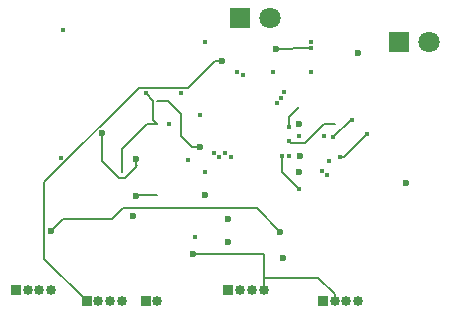
<source format=gbr>
%TF.GenerationSoftware,KiCad,Pcbnew,8.0.8*%
%TF.CreationDate,2025-08-03T10:40:01+05:30*%
%TF.ProjectId,THRUST FC,54485255-5354-4204-9643-2e6b69636164,rev?*%
%TF.SameCoordinates,Original*%
%TF.FileFunction,Copper,L4,Bot*%
%TF.FilePolarity,Positive*%
%FSLAX46Y46*%
G04 Gerber Fmt 4.6, Leading zero omitted, Abs format (unit mm)*
G04 Created by KiCad (PCBNEW 8.0.8) date 2025-08-03 10:40:01*
%MOMM*%
%LPD*%
G01*
G04 APERTURE LIST*
%TA.AperFunction,ComponentPad*%
%ADD10R,1.800000X1.800000*%
%TD*%
%TA.AperFunction,ComponentPad*%
%ADD11C,1.800000*%
%TD*%
%TA.AperFunction,ComponentPad*%
%ADD12R,0.850000X0.850000*%
%TD*%
%TA.AperFunction,ComponentPad*%
%ADD13O,0.850000X0.850000*%
%TD*%
%TA.AperFunction,ViaPad*%
%ADD14C,0.400000*%
%TD*%
%TA.AperFunction,ViaPad*%
%ADD15C,0.600000*%
%TD*%
%TA.AperFunction,Conductor*%
%ADD16C,0.200000*%
%TD*%
G04 APERTURE END LIST*
D10*
%TO.P,D1,1,K*%
%TO.N,PC13*%
X119000000Y-86000000D03*
D11*
%TO.P,D1,2,A*%
%TO.N,VDD*%
X121540000Y-86000000D03*
%TD*%
D12*
%TO.P,J1,1,Pin_1*%
%TO.N,GND*%
X118000000Y-109000000D03*
D13*
%TO.P,J1,2,Pin_2*%
%TO.N,SWCLK*%
X119000000Y-109000000D03*
%TO.P,J1,3,Pin_3*%
%TO.N,SWDIO*%
X120000000Y-109000000D03*
%TO.P,J1,4,Pin_4*%
%TO.N,VDD*%
X121000000Y-109000000D03*
%TD*%
D12*
%TO.P,J4,1,Pin_1*%
%TO.N,M4*%
X106000000Y-110000000D03*
D13*
%TO.P,J4,2,Pin_2*%
%TO.N,M3*%
X107000000Y-110000000D03*
%TO.P,J4,3,Pin_3*%
%TO.N,M2*%
X108000000Y-110000000D03*
%TO.P,J4,4,Pin_4*%
%TO.N,M1*%
X109000000Y-110000000D03*
%TD*%
D12*
%TO.P,J6,1,Pin_1*%
%TO.N,SCL*%
X126000000Y-110000000D03*
D13*
%TO.P,J6,2,Pin_2*%
%TO.N,VDD*%
X127000000Y-110000000D03*
%TO.P,J6,3,Pin_3*%
%TO.N,GND*%
X128000000Y-110000000D03*
%TO.P,J6,4,Pin_4*%
%TO.N,SDA*%
X129000000Y-110000000D03*
%TD*%
D12*
%TO.P,J3,1,Pin_1*%
%TO.N,+5V*%
X111000000Y-110000000D03*
D13*
%TO.P,J3,2,Pin_2*%
%TO.N,GND*%
X112000000Y-110000000D03*
%TD*%
D10*
%TO.P,D2,1,K*%
%TO.N,GND*%
X132460000Y-88000000D03*
D11*
%TO.P,D2,2,A*%
%TO.N,VDD*%
X135000000Y-88000000D03*
%TD*%
D12*
%TO.P,J2,1,Pin_1*%
%TO.N,+5V*%
X100000000Y-109000000D03*
D13*
%TO.P,J2,2,Pin_2*%
%TO.N,D-*%
X101000000Y-109000000D03*
%TO.P,J2,3,Pin_3*%
%TO.N,D+*%
X102000000Y-109000000D03*
%TO.P,J2,4,Pin_4*%
%TO.N,GND*%
X103000000Y-109000000D03*
%TD*%
D14*
%TO.N,GND*%
X128450000Y-94616115D03*
D15*
X110200000Y-101037500D03*
D14*
X126888909Y-96111092D03*
D15*
%TO.N,+5V*%
X122600000Y-106307108D03*
X116000000Y-101000000D03*
%TO.N,VREF+*%
X107327817Y-95750001D03*
X110168870Y-97925000D03*
%TO.N,NRST*%
X133000000Y-100000000D03*
D14*
X115565000Y-94250000D03*
D15*
%TO.N,VDD*%
X129000002Y-89000000D03*
X118000000Y-103000000D03*
D14*
X125000000Y-88000000D03*
D15*
X118000000Y-105000000D03*
D14*
X111000000Y-92350001D03*
D15*
X115000000Y-106000000D03*
D14*
X103831801Y-97831801D03*
X116000000Y-88000000D03*
%TO.N,ADC*%
X124000000Y-96000000D03*
X116000000Y-99000000D03*
%TO.N,PC13*%
X114000000Y-92350001D03*
D15*
%TO.N,M4*%
X117466473Y-89616473D03*
D14*
%TO.N,SCL*%
X119235002Y-90849998D03*
D15*
%TO.N,BOOT0*%
X122000000Y-88600000D03*
D14*
X125000000Y-88550000D03*
D15*
%TO.N,PA12*%
X102991206Y-103991206D03*
D14*
X123148669Y-97700221D03*
X122435000Y-92750000D03*
D15*
X122409744Y-104112500D03*
%TO.N,PA11*%
X109900000Y-102725425D03*
D14*
X122150000Y-93235002D03*
%TO.N,Net-(U3-INT2{slash}FSYNC{slash}CLKIN)*%
X115144975Y-104512500D03*
X126328237Y-99250000D03*
D15*
%TO.N,PA2*%
X115600000Y-96885002D03*
D14*
%TO.N,PB13*%
X123173666Y-96450000D03*
%TO.N,PB15*%
X123131436Y-95200000D03*
%TO.N,SWCLK*%
X121750000Y-90565000D03*
%TO.N,SWDIO*%
X122715000Y-92235002D03*
%TO.N,M3*%
X125000000Y-90550001D03*
%TO.N,M2*%
X126062500Y-95950003D03*
D15*
%TO.N,M1*%
X124000000Y-95000000D03*
D14*
%TO.N,SDA*%
X118752513Y-90567513D03*
%TO.N,PA5*%
X125890692Y-98916746D03*
X117235002Y-97800221D03*
%TO.N,PA6*%
X117750000Y-97435000D03*
D15*
X124000000Y-99000000D03*
D14*
%TO.N,PA4*%
X126525000Y-98085000D03*
X116750000Y-97435000D03*
D15*
%TO.N,PA7*%
X124079312Y-97650221D03*
D14*
X118235002Y-97800221D03*
%TO.N,PA3*%
X113000000Y-95000000D03*
X114550000Y-98000000D03*
X104000000Y-87000000D03*
%TO.N,unconnected-(U1-PB12-Pad25)*%
X122552142Y-97685002D03*
X124000000Y-100450000D03*
%TO.N,VDD*%
X129700000Y-95800000D03*
X127472917Y-97736403D03*
%TD*%
D16*
%TO.N,M4*%
X102391206Y-99908794D02*
X102391206Y-106391206D01*
X117466473Y-89616473D02*
X116850000Y-89616473D01*
X116850000Y-89616473D02*
X114566472Y-91900001D01*
X102391206Y-106391206D02*
X106000000Y-110000000D01*
X114566472Y-91900001D02*
X110399999Y-91900001D01*
X110399999Y-91900001D02*
X102391206Y-99908794D01*
%TO.N,GND*%
X128450000Y-94616115D02*
X128383886Y-94616115D01*
X128383886Y-94616115D02*
X126888909Y-96111092D01*
X110237499Y-101000001D02*
X110200000Y-101037500D01*
X112000000Y-101000001D02*
X110237499Y-101000001D01*
%TO.N,VREF+*%
X108772182Y-99550000D02*
X109227818Y-99550000D01*
X109227818Y-99550000D02*
X110249999Y-98527819D01*
X110168870Y-98446690D02*
X110249999Y-98527819D01*
X107327817Y-98105635D02*
X108772182Y-99550000D01*
X110168870Y-97925000D02*
X110168870Y-98446690D01*
X107327817Y-95750001D02*
X107327817Y-98105635D01*
%TO.N,VDD*%
X112000000Y-95000002D02*
X111649999Y-94650001D01*
X125601040Y-108000000D02*
X127000000Y-109398960D01*
X121000000Y-108000000D02*
X125601040Y-108000000D01*
X112000000Y-95000002D02*
X111100000Y-95000002D01*
X109000000Y-97100002D02*
X109000000Y-99000000D01*
X111100000Y-95000002D02*
X109000000Y-97100002D01*
X118037500Y-106000000D02*
X121000000Y-106000000D01*
X121000000Y-108000000D02*
X121000000Y-109000000D01*
X121000000Y-106000000D02*
X121000000Y-108000000D01*
X111649999Y-93000000D02*
X111000000Y-92350001D01*
X118037500Y-106000000D02*
X115000000Y-106000000D01*
X127000000Y-109398960D02*
X127000000Y-110000000D01*
X111649999Y-94650001D02*
X111649999Y-93000000D01*
%TO.N,BOOT0*%
X123450000Y-88550000D02*
X123400000Y-88600000D01*
X122000000Y-88600000D02*
X123400000Y-88600000D01*
X125000000Y-88550000D02*
X123450000Y-88550000D01*
%TO.N,PA12*%
X104000000Y-103000000D02*
X108151471Y-103000000D01*
X108151471Y-103000000D02*
X109051470Y-102100001D01*
X102887500Y-104112500D02*
X104000000Y-103000000D01*
X120397245Y-102100001D02*
X122409744Y-104112500D01*
X109051470Y-102100001D02*
X120397245Y-102100001D01*
%TO.N,PA2*%
X114000000Y-96000000D02*
X114885002Y-96885002D01*
X114885002Y-96885002D02*
X115600000Y-96885002D01*
X114000000Y-94100002D02*
X114000000Y-96000000D01*
X112899999Y-93000001D02*
X114000000Y-94100002D01*
X111999999Y-93000001D02*
X112899999Y-93000001D01*
%TO.N,PB13*%
X124500002Y-96600000D02*
X124000000Y-96600000D01*
X127000001Y-95000001D02*
X126100001Y-95000001D01*
X123323666Y-96600000D02*
X123173666Y-96450000D01*
X126100001Y-95000001D02*
X124500002Y-96600000D01*
X124000000Y-96600000D02*
X123323666Y-96600000D01*
%TO.N,PB15*%
X123131436Y-94368565D02*
X124000000Y-93500001D01*
X123131436Y-95200000D02*
X123131436Y-94368565D01*
%TO.N,unconnected-(U1-PB12-Pad25)*%
X124000000Y-100450000D02*
X122552142Y-99002142D01*
X122552142Y-99002142D02*
X122552142Y-97685002D01*
%TO.N,VDD*%
X127472917Y-97736403D02*
X127763597Y-97736403D01*
X127763597Y-97736403D02*
X129700000Y-95800000D01*
%TD*%
M02*

</source>
